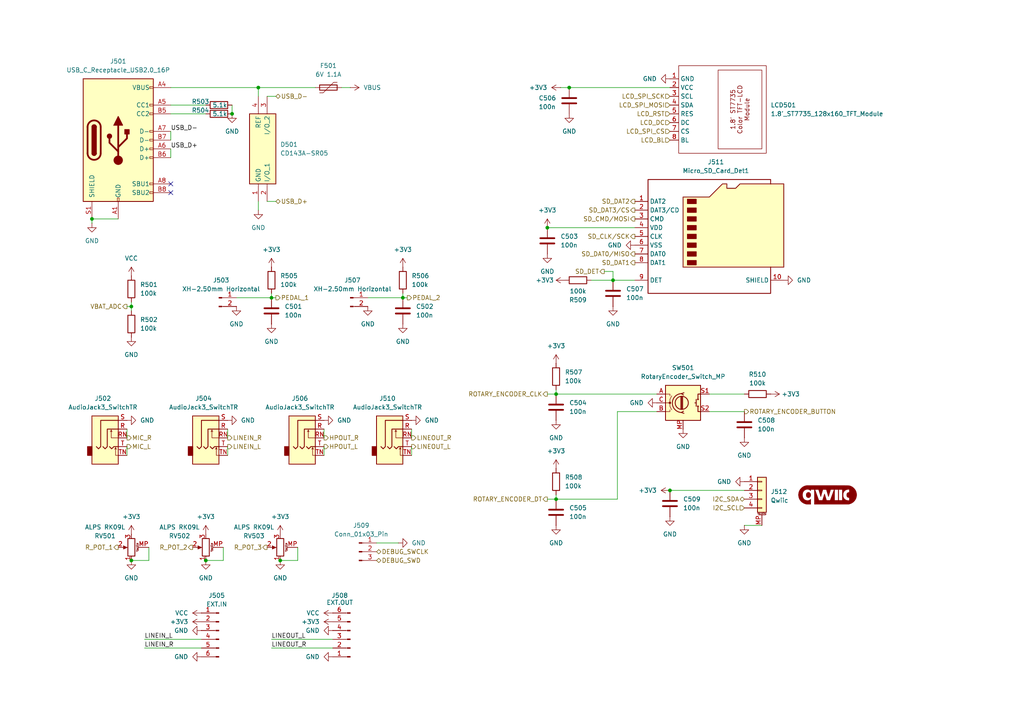
<source format=kicad_sch>
(kicad_sch (version 20250114) (generator "eeschema") (generator_version "9.0")
  (paper "A4")
  (title_block (title "Peripherals") (date "2026-02-04") (rev "1.0.0"))
  (lib_symbols
    (symbol "CD143A-SR05:CD143A-SR05"
      (property "Reference" "D" (at 26.67 7.62 0))
      (property "Value" "CD143A-SR05" (at 26.67 5.08 0))
      (symbol "CD143A-SR05_1_1"
        (pin passive line (at 0 0 0) (length 5.08) (name "GND") (number "1"))
        (pin passive line (at 0 -2.54 0) (length 5.08) (name "I/O_1") (number "2"))
        (pin passive line (at 30.48 0 180) (length 5.08) (name "REF") (number "4"))
        (pin passive line (at 30.48 -2.54 180) (length 5.08) (name "I/O_2") (number "3"))
      )
    )
    (symbol "Connector:Conn_01x02_Pin" (pin_names (offset 1.016) (hide yes))
      (property "Reference" "J" (at 0 2.54 0))
      (property "Value" "Conn_01x02_Pin" (at 0 -5.08 0))
      (symbol "Conn_01x02_Pin_1_1"
        (pin passive line (at 5.08 0 180) (length 3.81) (name "Pin_1") (number "1"))
        (pin passive line (at 5.08 -2.54 180) (length 3.81) (name "Pin_2") (number "2"))
      )
    )
    (symbol "Connector:Conn_01x03_Pin" (pin_names (offset 1.016) (hide yes))
      (property "Reference" "J" (at 0 5.08 0))
      (property "Value" "Conn_01x03_Pin" (at 0 -5.08 0))
      (symbol "Conn_01x03_Pin_1_1"
        (pin passive line (at 5.08 2.54 180) (length 3.81) (name "Pin_1") (number "1"))
        (pin passive line (at 5.08 0 180) (length 3.81) (name "Pin_2") (number "2"))
        (pin passive line (at 5.08 -2.54 180) (length 3.81) (name "Pin_3") (number "3"))
      )
    )
    (symbol "Connector:Conn_01x06_Pin" (pin_names (offset 1.016) (hide yes))
      (property "Reference" "J" (at 0 7.62 0))
      (property "Value" "Conn_01x06_Pin" (at 0 -10.16 0))
      (symbol "Conn_01x06_Pin_1_1"
        (pin passive line (at 5.08 5.08 180) (length 3.81) (name "Pin_1") (number "1"))
        (pin passive line (at 5.08 2.54 180) (length 3.81) (name "Pin_2") (number "2"))
        (pin passive line (at 5.08 0 180) (length 3.81) (name "Pin_3") (number "3"))
        (pin passive line (at 5.08 -2.54 180) (length 3.81) (name "Pin_4") (number "4"))
        (pin passive line (at 5.08 -5.08 180) (length 3.81) (name "Pin_5") (number "5"))
        (pin passive line (at 5.08 -7.62 180) (length 3.81) (name "Pin_6") (number "6"))
      )
    )
    (symbol "Connector:Micro_SD_Card_Det1"
      (property "Reference" "J" (at -16.51 17.78 0))
      (property "Value" "Micro_SD_Card_Det1" (at 16.51 17.78 0))
      (symbol "Micro_SD_Card_Det1_1_1"
        (pin bidirectional line (at -22.86 10.16 0) (length 3.81) (name "DAT2") (number "1"))
        (pin bidirectional line (at -22.86 7.62 0) (length 3.81) (name "DAT3/CD") (number "2"))
        (pin input line (at -22.86 5.08 0) (length 3.81) (name "CMD") (number "3"))
        (pin power_in line (at -22.86 2.54 0) (length 3.81) (name "VDD") (number "4"))
        (pin input line (at -22.86 0 0) (length 3.81) (name "CLK") (number "5"))
        (pin power_in line (at -22.86 -2.54 0) (length 3.81) (name "VSS") (number "6"))
        (pin bidirectional line (at -22.86 -5.08 0) (length 3.81) (name "DAT0") (number "7"))
        (pin bidirectional line (at -22.86 -7.62 0) (length 3.81) (name "DAT1") (number "8"))
        (pin passive line (at -22.86 -12.7 0) (length 3.81) (name "DET") (number "9"))
        (pin passive line (at 20.32 -12.7 180) (length 3.81) (name "SHIELD") (number "10"))
      )
    )
    (symbol "Connector:USB_C_Receptacle_USB2.0_16P" (pin_names (offset 1.016))
      (property "Reference" "J" (at 0 22.225 0))
      (property "Value" "USB_C_Receptacle_USB2.0_16P" (at 0 19.685 0))
      (symbol "USB_C_Receptacle_USB2.0_16P_1_1"
        (pin passive line (at -7.62 -22.86 90) (length 5.08) (name "SHIELD") (number "S1"))
        (pin passive line (at 0 -22.86 90) (length 5.08) (name "GND") (number "A1"))
        (pin passive line (at 0 -22.86 90) (length 5.08) (hide yes) (name "GND") (number "A12"))
        (pin passive line (at 0 -22.86 90) (length 5.08) (hide yes) (name "GND") (number "B1"))
        (pin passive line (at 0 -22.86 90) (length 5.08) (hide yes) (name "GND") (number "B12"))
        (pin passive line (at 15.24 15.24 180) (length 5.08) (name "VBUS") (number "A4"))
        (pin passive line (at 15.24 15.24 180) (length 5.08) (hide yes) (name "VBUS") (number "A9"))
        (pin passive line (at 15.24 15.24 180) (length 5.08) (hide yes) (name "VBUS") (number "B4"))
        (pin passive line (at 15.24 15.24 180) (length 5.08) (hide yes) (name "VBUS") (number "B9"))
        (pin bidirectional line (at 15.24 10.16 180) (length 5.08) (name "CC1") (number "A5"))
        (pin bidirectional line (at 15.24 7.62 180) (length 5.08) (name "CC2") (number "B5"))
        (pin bidirectional line (at 15.24 2.54 180) (length 5.08) (name "D-") (number "A7"))
        (pin bidirectional line (at 15.24 0 180) (length 5.08) (name "D-") (number "B7"))
        (pin bidirectional line (at 15.24 -2.54 180) (length 5.08) (name "D+") (number "A6"))
        (pin bidirectional line (at 15.24 -5.08 180) (length 5.08) (name "D+") (number "B6"))
        (pin bidirectional line (at 15.24 -12.7 180) (length 5.08) (name "SBU1") (number "A8"))
        (pin bidirectional line (at 15.24 -15.24 180) (length 5.08) (name "SBU2") (number "B8"))
      )
    )
    (symbol "Connector_Audio:AudioJack3_SwitchTR"
      (property "Reference" "J" (at 0 8.89 0))
      (property "Value" "AudioJack3_SwitchTR" (at 0 6.35 0))
      (symbol "AudioJack3_SwitchTR_1_1"
        (pin passive line (at 5.08 2.54 180) (length 2.54) (name "~") (number "S"))
        (pin passive line (at 5.08 0 180) (length 2.54) (name "~") (number "R"))
        (pin passive line (at 5.08 -2.54 180) (length 2.54) (name "~") (number "RN"))
        (pin passive line (at 5.08 -5.08 180) (length 2.54) (name "~") (number "T"))
        (pin passive line (at 5.08 -7.62 180) (length 2.54) (name "~") (number "TN"))
      )
    )
    (symbol "Connector_Generic_MountingPin:Conn_01x04_MountingPin" (pin_names (offset 1.016) (hide yes))
      (property "Reference" "J" (at 0 5.08 0))
      (property "Value" "Conn_01x04_MountingPin" (at 1.27 -7.62 0))
      (symbol "Conn_01x04_MountingPin_1_1"
        (text "Mounting" (at 0 -6.731 0) (effects (font (size 0.381 0.381))))
        (pin passive line (at -5.08 2.54 0) (length 3.81) (name "Pin_1") (number "1"))
        (pin passive line (at -5.08 0 0) (length 3.81) (name "Pin_2") (number "2"))
        (pin passive line (at -5.08 -2.54 0) (length 3.81) (name "Pin_3") (number "3"))
        (pin passive line (at -5.08 -5.08 0) (length 3.81) (name "Pin_4") (number "4"))
        (pin passive line (at 0 -10.16 90) (length 3.048) (name "MountPin") (number "MP"))
      )
    )
    (symbol "Device:C" (pin_numbers (hide yes)) (pin_names (offset 0.254))
      (property "Reference" "C" (at 0.635 2.54 0))
      (property "Value" "C" (at 0.635 -2.54 0))
      (symbol "C_1_1"
        (pin passive line (at 0 3.81 270) (length 2.794) (name "~") (number "1"))
        (pin passive line (at 0 -3.81 90) (length 2.794) (name "~") (number "2"))
      )
    )
    (symbol "Device:Polyfuse" (pin_numbers (hide yes)) (pin_names (offset 0))
      (property "Reference" "F" (at -2.54 0 90))
      (property "Value" "Polyfuse" (at 2.54 0 90))
      (symbol "Polyfuse_1_1"
        (pin passive line (at 0 3.81 270) (length 1.27) (name "~") (number "1"))
        (pin passive line (at 0 -3.81 90) (length 1.27) (name "~") (number "2"))
      )
    )
    (symbol "Device:R" (pin_numbers (hide yes)) (pin_names (offset 0))
      (property "Reference" "R" (at 2.032 0 90))
      (property "Value" "R" (at 0 0 90))
      (symbol "R_1_1"
        (pin passive line (at 0 3.81 270) (length 1.27) (name "~") (number "1"))
        (pin passive line (at 0 -3.81 90) (length 1.27) (name "~") (number "2"))
      )
    )
    (symbol "Device:R_Potentiometer_MountingPin" (pin_names (offset 1.016) (hide yes))
      (property "Reference" "RV" (at -8.255 0 90))
      (property "Value" "R_Potentiometer_MountingPin" (at -6.35 0 90))
      (symbol "R_Potentiometer_MountingPin_1_1"
        (text "Mounting" (at -1.651 0 900) (effects (font (size 0.381 0.381))))
        (pin passive line (at -5.08 0 0) (length 3.048) (name "MountPin") (number "MP"))
        (pin passive line (at 0 3.81 270) (length 1.27) (name "1") (number "1"))
        (pin passive line (at 0 -3.81 90) (length 1.27) (name "3") (number "3"))
        (pin passive line (at 3.81 0 180) (length 1.27) (name "2") (number "2"))
      )
    )
    (symbol "Device:RotaryEncoder_Switch_MP" (pin_names (offset 0.254) (hide yes))
      (property "Reference" "SW" (at 0 8.89 0))
      (property "Value" "RotaryEncoder_Switch_MP" (at 0 6.35 0))
      (symbol "RotaryEncoder_Switch_MP_1_1"
        (pin passive line (at -7.62 2.54 0) (length 2.54) (name "A") (number "A"))
        (pin passive line (at -7.62 0 0) (length 2.54) (name "C") (number "C"))
        (pin passive line (at -7.62 -2.54 0) (length 2.54) (name "B") (number "B"))
        (pin passive line (at 0 -7.62 90) (length 2.54) (name "MP") (number "MP"))
        (pin passive line (at 7.62 2.54 180) (length 2.54) (name "S1") (number "S1"))
        (pin passive line (at 7.62 -2.54 180) (length 2.54) (name "S2") (number "S2"))
      )
    )
    (symbol "ST7735-128x160-TFT-Module:1.8'_ST7735_128x160_TFT_Module"
      (property "Reference" "LCD" (at -11.176 16.256 0))
      (property "Value" "1.8'_ST7735_128x160_TFT_Module" (at 3.302 13.97 0))
      (symbol "1.8'_ST7735_128x160_TFT_Module_1_1"
        (text "1.8' ST7735\nColor TFT-LCD\nModule" (at 0 5.08 0) (effects (font (size 1.27 1.27))))
        (pin passive line (at -8.89 -15.24 90) (length 2.54) (name "GND") (number "1"))
        (pin power_in line (at -6.35 -15.24 90) (length 2.54) (name "VCC") (number "2"))
        (pin input line (at -3.81 -15.24 90) (length 2.54) (name "SCL") (number "3"))
        (pin input line (at -1.27 -15.24 90) (length 2.54) (name "SDA") (number "4"))
        (pin input line (at 1.27 -15.24 90) (length 2.54) (name "RES") (number "5"))
        (pin input line (at 3.81 -15.24 90) (length 2.54) (name "DC") (number "6"))
        (pin input line (at 6.35 -15.24 90) (length 2.54) (name "CS") (number "7"))
        (pin input line (at 8.89 -15.24 90) (length 2.54) (name "BL") (number "8"))
      )
    )
    (symbol "SparkFun-Qwiic:qwiic_Logo" (pin_names (offset 1.016)) (on_board no))
    (symbol "power:+3V3" (power) (pin_numbers (hide yes)) (pin_names (offset 0) (hide yes))
      (property "Value" "+3V3" (at 0 3.556 0))
      (symbol "+3V3_1_1"
        (pin power_in line (at 0 0 90) (length 0) (name "~") (number "1"))
      )
    )
    (symbol "power:GND" (power) (pin_numbers (hide yes)) (pin_names (offset 0) (hide yes))
      (property "Value" "GND" (at 0 -3.81 0))
      (symbol "GND_1_1"
        (pin power_in line (at 0 0 270) (length 0) (name "~") (number "1"))
      )
    )
    (symbol "power:VBUS" (power) (pin_numbers (hide yes)) (pin_names (offset 0) (hide yes))
      (property "Value" "VBUS" (at 0 3.556 0))
      (symbol "VBUS_1_1"
        (pin power_in line (at 0 0 90) (length 0) (name "~") (number "1"))
      )
    )
    (symbol "power:VCC" (power) (pin_numbers (hide yes)) (pin_names (offset 0) (hide yes))
      (property "Value" "VCC" (at 0 3.556 0))
      (symbol "VCC_1_1"
        (pin power_in line (at 0 0 90) (length 0) (name "~") (number "1"))
      )
    )
  )
  (junction (at 177.8 81.28))
  (junction (at 161.29 144.78))
  (junction (at 81.28 162.56))
  (junction (at 74.93 25.4))
  (junction (at 78.74 86.36))
  (junction (at 59.69 162.56))
  (junction (at 158.75 66.04))
  (junction (at 165.1 25.4))
  (junction (at 26.67 63.5))
  (junction (at 67.31 33.02))
  (junction (at 161.29 114.3))
  (junction (at 116.84 86.36))
  (junction (at 38.1 88.9))
  (junction (at 194.31 142.24))
  (junction (at 38.1 162.56))
  (no_connect (at 49.53 55.88))
  (no_connect (at 49.53 53.34))
  (wire (pts (xy 116.84 85.09) (xy 116.84 86.36)))
  (wire (pts (xy 26.67 63.5) (xy 34.29 63.5)))
  (wire (pts (xy 177.8 78.74) (xy 177.8 81.28)))
  (wire (pts (xy 175.26 78.74) (xy 177.8 78.74)))
  (wire (pts (xy 38.1 87.63) (xy 38.1 88.9)))
  (wire (pts (xy 86.36 158.75) (xy 86.36 162.56)))
  (wire (pts (xy 49.53 38.1) (xy 49.53 40.64)))
  (wire (pts (xy 205.74 119.38) (xy 215.9 119.38)))
  (wire (pts (xy 58.42 187.96) (xy 41.91 187.96)))
  (wire (pts (xy 66.04 129.54) (xy 66.04 132.08)))
  (wire (pts (xy 36.83 129.54) (xy 36.83 132.08)))
  (wire (pts (xy 190.5 119.38) (xy 179.07 119.38)))
  (wire (pts (xy 74.93 25.4) (xy 91.44 25.4)))
  (wire (pts (xy 177.8 81.28) (xy 184.15 81.28)))
  (wire (pts (xy 119.38 129.54) (xy 119.38 132.08)))
  (wire (pts (xy 158.75 66.04) (xy 184.15 66.04)))
  (wire (pts (xy 165.1 25.4) (xy 194.31 25.4)))
  (wire (pts (xy 86.36 162.56) (xy 81.28 162.56)))
  (wire (pts (xy 78.74 85.09) (xy 78.74 86.36)))
  (wire (pts (xy 158.75 114.3) (xy 161.29 114.3)))
  (wire (pts (xy 162.56 25.4) (xy 165.1 25.4)))
  (wire (pts (xy 49.53 33.02) (xy 59.69 33.02)))
  (wire (pts (xy 78.74 86.36) (xy 68.58 86.36)))
  (wire (pts (xy 78.74 86.36) (xy 80.01 86.36)))
  (wire (pts (xy 36.83 88.9) (xy 38.1 88.9)))
  (wire (pts (xy 43.18 158.75) (xy 43.18 162.56)))
  (wire (pts (xy 64.77 158.75) (xy 64.77 162.56)))
  (wire (pts (xy 49.53 25.4) (xy 74.93 25.4)))
  (wire (pts (xy 78.74 185.42) (xy 96.52 185.42)))
  (wire (pts (xy 80.01 58.42) (xy 77.47 58.42)))
  (wire (pts (xy 161.29 114.3) (xy 190.5 114.3)))
  (wire (pts (xy 80.01 27.94) (xy 77.47 27.94)))
  (wire (pts (xy 171.45 81.28) (xy 177.8 81.28)))
  (wire (pts (xy 179.07 119.38) (xy 179.07 144.78)))
  (wire (pts (xy 36.83 124.46) (xy 36.83 127)))
  (wire (pts (xy 74.93 60.96) (xy 74.93 58.42)))
  (wire (pts (xy 205.74 114.3) (xy 215.9 114.3)))
  (wire (pts (xy 67.31 30.48) (xy 67.31 33.02)))
  (wire (pts (xy 49.53 43.18) (xy 49.53 45.72)))
  (wire (pts (xy 43.18 162.56) (xy 38.1 162.56)))
  (wire (pts (xy 101.6 25.4) (xy 99.06 25.4)))
  (wire (pts (xy 215.9 152.4) (xy 220.98 152.4)))
  (wire (pts (xy 161.29 113.03) (xy 161.29 114.3)))
  (wire (pts (xy 161.29 143.51) (xy 161.29 144.78)))
  (wire (pts (xy 116.84 86.36) (xy 118.11 86.36)))
  (wire (pts (xy 38.1 88.9) (xy 38.1 90.17)))
  (wire (pts (xy 93.98 124.46) (xy 93.98 127)))
  (wire (pts (xy 66.04 124.46) (xy 66.04 127)))
  (wire (pts (xy 78.74 187.96) (xy 96.52 187.96)))
  (wire (pts (xy 26.67 63.5) (xy 26.67 64.77)))
  (wire (pts (xy 179.07 144.78) (xy 161.29 144.78)))
  (wire (pts (xy 49.53 30.48) (xy 59.69 30.48)))
  (wire (pts (xy 64.77 162.56) (xy 59.69 162.56)))
  (wire (pts (xy 194.31 142.24) (xy 215.9 142.24)))
  (wire (pts (xy 116.84 86.36) (xy 106.68 86.36)))
  (wire (pts (xy 93.98 129.54) (xy 93.98 132.08)))
  (wire (pts (xy 115.57 157.48) (xy 109.22 157.48)))
  (wire (pts (xy 119.38 124.46) (xy 119.38 127)))
  (wire (pts (xy 158.75 144.78) (xy 161.29 144.78)))
  (wire (pts (xy 58.42 185.42) (xy 41.91 185.42)))
  (wire (pts (xy 74.93 25.4) (xy 74.93 27.94)))
  (label "LINEOUT_L" (at 78.74 185.42 0))
  (label "USB_D+" (at 49.53 43.18 0))
  (label "LINEOUT_R" (at 78.74 187.96 0))
  (label "LINEIN_L" (at 41.91 185.42 0))
  (label "LINEIN_R" (at 41.91 187.96 0))
  (label "USB_D-" (at 49.53 38.1 0))
  (hierarchical_label "ROTARY_ENCODER_DT" (shape output) (at 158.75 144.78 180))
  (hierarchical_label "PEDAL_1" (shape output) (at 80.01 86.36 0))
  (hierarchical_label "I2C_SDA" (shape bidirectional) (at 215.9 144.78 180))
  (hierarchical_label "SD_DAT3{slash}CS" (shape output) (at 184.15 60.96 180))
  (hierarchical_label "DEBUG_SWD" (shape bidirectional) (at 109.22 162.56 0))
  (hierarchical_label "ROTARY_ENCODER_CLK" (shape output) (at 158.75 114.3 180))
  (hierarchical_label "SD_DET" (shape output) (at 175.26 78.74 180))
  (hierarchical_label "SD_CMD{slash}MOSI" (shape output) (at 184.15 63.5 180))
  (hierarchical_label "MIC_L" (shape output) (at 36.83 129.54 0))
  (hierarchical_label "SD_DAT0{slash}MISO" (shape output) (at 184.15 73.66 180))
  (hierarchical_label "LINEOUT_R" (shape output) (at 119.38 127 0))
  (hierarchical_label "LCD_BL" (shape input) (at 194.31 40.64 180))
  (hierarchical_label "I2C_SCL" (shape input) (at 215.9 147.32 180))
  (hierarchical_label "LINEOUT_L" (shape output) (at 119.38 129.54 0))
  (hierarchical_label "HPOUT_L" (shape output) (at 93.98 129.54 0))
  (hierarchical_label "PEDAL_2" (shape output) (at 118.11 86.36 0))
  (hierarchical_label "LCD_RST" (shape input) (at 194.31 33.02 180))
  (hierarchical_label "R_POT_1" (shape output) (at 34.29 158.75 180))
  (hierarchical_label "LINEIN_L" (shape output) (at 66.04 129.54 0))
  (hierarchical_label "LCD_SPI_CS" (shape input) (at 194.31 38.1 180))
  (hierarchical_label "LINEIN_R" (shape output) (at 66.04 127 0))
  (hierarchical_label "MIC_R" (shape output) (at 36.83 127 0))
  (hierarchical_label "ROTARY_ENCODER_BUTTON" (shape output) (at 215.9 119.38 0))
  (hierarchical_label "R_POT_2" (shape output) (at 55.88 158.75 180))
  (hierarchical_label "DEBUG_SWCLK" (shape bidirectional) (at 109.22 160.02 0))
  (hierarchical_label "SD_DAT1" (shape output) (at 184.15 76.2 180))
  (hierarchical_label "SD_DAT2" (shape output) (at 184.15 58.42 180))
  (hierarchical_label "HPOUT_R" (shape output) (at 93.98 127 0))
  (hierarchical_label "SD_CLK{slash}SCK" (shape output) (at 184.15 68.58 180))
  (hierarchical_label "R_POT_3" (shape output) (at 77.47 158.75 180))
  (hierarchical_label "LCD_SPI_MOSI" (shape input) (at 194.31 30.48 180))
  (hierarchical_label "LCD_DC" (shape input) (at 194.31 35.56 180))
  (hierarchical_label "VBAT_ADC" (shape output) (at 36.83 88.9 180))
  (hierarchical_label "LCD_SPI_SCK" (shape input) (at 194.31 27.94 180))
  (hierarchical_label "USB_D-" (shape bidirectional) (at 80.01 27.94 0))
  (hierarchical_label "USB_D+" (shape bidirectional) (at 80.01 58.42 0))
  (symbol (lib_id "Device:C") (at 177.8 85.09 0) (unit 1)
    (property "Reference" "C507" (at 181.61 83.8199 0) (effects (justify left)))
    (property "Value" "100n" (at 181.61 86.3599 0) (effects (justify left)))
    (property "Footprint" "Capacitor_SMD:C_0603_1608Metric" (effects (hide yes)))
    (property "Description" "Unpolarized capacitor" (effects (hide yes)))
  )
  (symbol (lib_id "power:+3V3") (at 58.42 180.34 90) (unit 1)
    (property "Reference" "#PWR0509" (effects (hide yes)))
    (property "Value" "+3V3" (at 54.61 180.3401 90) (effects (justify left)))
    (property "Description" "Power symbol creates a global label with name \"+3V3\"" (effects (hide yes)))
  )
  (symbol (lib_id "power:+3V3") (at 223.52 114.3 270) (unit 1)
    (property "Reference" "#PWR0551" (effects (hide yes)))
    (property "Value" "+3V3" (at 226.695 114.2999 90) (effects (justify left)))
    (property "Description" "Power symbol creates a global label with name \"+3V3\"" (effects (hide yes)))
  )
  (symbol (lib_id "power:GND") (at 190.5 116.84 270) (unit 1)
    (property "Reference" "#PWR0547" (effects (hide yes)))
    (property "Value" "GND" (at 186.69 116.8399 90) (effects (justify right)))
    (property "Description" "Power symbol creates a global label with name \"GND\" , ground" (effects (hide yes)))
  )
  (symbol (lib_id "power:GND") (at 96.52 182.88 270) (unit 1)
    (property "Reference" "#PWR0527" (effects (hide yes)))
    (property "Value" "GND" (at 92.71 182.8799 90) (effects (justify right)))
    (property "Description" "Power symbol creates a global label with name \"GND\" , ground" (effects (hide yes)))
  )
  (symbol (lib_id "power:+3V3") (at 78.74 77.47 0) (unit 1)
    (property "Reference" "#PWR0519" (effects (hide yes)))
    (property "Value" "+3V3" (at 78.74 72.39 0))
    (property "Description" "Power symbol creates a global label with name \"+3V3\"" (effects (hide yes)))
  )
  (symbol (lib_id "power:GND") (at 81.28 162.56 0) (unit 1)
    (property "Reference" "#PWR0522" (effects (hide yes)))
    (property "Value" "GND" (at 81.28 167.64 0))
    (property "Description" "Power symbol creates a global label with name \"GND\" , ground" (effects (hide yes)))
  )
  (symbol (lib_id "power:+3V3") (at 116.84 77.47 0) (unit 1)
    (property "Reference" "#PWR0533" (effects (hide yes)))
    (property "Value" "+3V3" (at 116.84 72.39 0))
    (property "Description" "Power symbol creates a global label with name \"+3V3\"" (effects (hide yes)))
  )
  (symbol (lib_id "Device:C") (at 161.29 148.59 0) (unit 1)
    (property "Reference" "C505" (at 165.1 147.3199 0) (effects (justify left)))
    (property "Value" "100n" (at 165.1 149.8599 0) (effects (justify left)))
    (property "Footprint" "Capacitor_SMD:C_0603_1608Metric" (effects (hide yes)))
    (property "Description" "Unpolarized capacitor" (effects (hide yes)))
  )
  (symbol (lib_id "power:GND") (at 96.52 190.5 270) (unit 1)
    (property "Reference" "#PWR0528" (effects (hide yes)))
    (property "Value" "GND" (at 92.71 190.4999 90) (effects (justify right)))
    (property "Description" "Power symbol creates a global label with name \"GND\" , ground" (effects (hide yes)))
  )
  (symbol (lib_id "power:VCC") (at 58.42 177.8 90) (unit 1)
    (property "Reference" "#PWR0508" (effects (hide yes)))
    (property "Value" "VCC" (at 54.61 177.8001 90) (effects (justify left)))
    (property "Description" "Power symbol creates a global label with name \"VCC\"" (effects (hide yes)))
  )
  (symbol (lib_id "power:+3V3") (at 38.1 154.94 0) (unit 1)
    (property "Reference" "#PWR0505" (effects (hide yes)))
    (property "Value" "+3V3" (at 38.1 149.86 0))
    (property "Description" "Power symbol creates a global label with name \"+3V3\"" (effects (hide yes)))
  )
  (symbol (lib_id "power:GND") (at 36.83 121.92 90) (unit 1)
    (property "Reference" "#PWR0507" (effects (hide yes)))
    (property "Value" "GND" (at 40.64 121.9199 90) (effects (justify right)))
    (property "Description" "Power symbol creates a global label with name \"GND\" , ground" (effects (hide yes)))
  )
  (symbol (lib_id "power:GND") (at 93.98 121.92 90) (unit 1)
    (property "Reference" "#PWR0524" (effects (hide yes)))
    (property "Value" "GND" (at 97.79 121.9199 90) (effects (justify right)))
    (property "Description" "Power symbol creates a global label with name \"GND\" , ground" (effects (hide yes)))
  )
  (symbol (lib_id "power:GND") (at 215.9 139.7 270) (unit 1)
    (property "Reference" "#PWR0556" (effects (hide yes)))
    (property "Value" "GND" (at 212.09 139.6999 90) (effects (justify right)))
    (property "Description" "Power symbol creates a global label with name \"GND\" , ground" (effects (hide yes)))
  )
  (symbol (lib_id "Device:R_Potentiometer_MountingPin") (at 38.1 158.75 180) (unit 1)
    (property "Reference" "RV501" (at 30.48 155.448 0))
    (property "Value" "ALPS RK09L" (at 30.48 152.908 0))
    (property "Footprint" "Potentiometer_THT:Potentiometer_Alps_RK09K_Single_Vertical" (effects (hide yes)))
    (property "Description" "Potentiometer with a mounting pin" (effects (hide yes)))
  )
  (symbol (lib_id "Connector_Audio:AudioJack3_SwitchTR") (at 114.3 124.46 0) (unit 1)
    (property "Reference" "J510" (at 112.395 115.57 0))
    (property "Value" "AudioJack3_SwitchTR" (at 112.395 118.11 0))
    (property "Footprint" "Project:Jack_3.5mm_CUI_SJ1-3525N_Horizontal" (effects (hide yes)))
    (property "Description" "Audio Jack, 3 Poles (Stereo / TRS), Switched TR Poles (Normalling)" (effects (hide yes)))
  )
  (symbol (lib_id "power:+3V3") (at 81.28 154.94 0) (unit 1)
    (property "Reference" "#PWR0521" (effects (hide yes)))
    (property "Value" "+3V3" (at 81.28 149.86 0))
    (property "Description" "Power symbol creates a global label with name \"+3V3\"" (effects (hide yes)))
  )
  (symbol (lib_id "Device:R") (at 38.1 83.82 0) (unit 1)
    (property "Reference" "R501" (at 40.64 82.5499 0) (effects (justify left)))
    (property "Value" "100k" (at 40.64 85.0899 0) (effects (justify left)))
    (property "Footprint" "Resistor_SMD:R_0603_1608Metric" (effects (hide yes)))
    (property "Description" "Resistor" (effects (hide yes)))
  )
  (symbol (lib_id "Connector:Micro_SD_Card_Det1") (at 207.01 68.58 0) (unit 1)
    (property "Reference" "J511" (at 207.645 46.99 0))
    (property "Value" "Micro_SD_Card_Det1" (at 207.645 49.53 0))
    (property "Footprint" "TF-01A:TF01A" (effects (hide yes)))
    (property "Datasheet" "https://datasheet.lcsc.com/lcsc/2110151630_XKB-Connectivity-XKTF-015-N_C381082.pdf" (effects (hide yes)))
    (property "Description" "Micro SD Card Socket with one card detection pin" (effects (hide yes)))
  )
  (symbol (lib_id "power:+3V3") (at 161.29 105.41 0) (unit 1)
    (property "Reference" "#PWR0538" (effects (hide yes)))
    (property "Value" "+3V3" (at 161.29 100.33 0))
    (property "Description" "Power symbol creates a global label with name \"+3V3\"" (effects (hide yes)))
  )
  (symbol (lib_id "Device:C") (at 194.31 146.05 0) (unit 1)
    (property "Reference" "C509" (at 198.12 144.7799 0) (effects (justify left)))
    (property "Value" "100n" (at 198.12 147.3199 0) (effects (justify left)))
    (property "Footprint" "Capacitor_SMD:C_0603_1608Metric" (effects (hide yes)))
    (property "Description" "Unpolarized capacitor" (effects (hide yes)))
  )
  (symbol (lib_id "power:VBUS") (at 101.6 25.4 270) (unit 1)
    (property "Reference" "#PWR0529" (effects (hide yes)))
    (property "Value" "VBUS" (at 105.41 25.3999 90) (effects (justify left)))
    (property "Description" "Power symbol creates a global label with name \"VBUS\"" (effects (hide yes)))
  )
  (symbol (lib_id "SparkFun-Qwiic:qwiic_Logo") (at 240.03 143.51 0) (unit 1)
    (property "Reference" "G501" (effects (hide yes)))
    (property "Value" "qwiic_Logo" (effects (hide yes)))
    (property "Footprint" "SparkFun-Qwiic:qwiic_5.5mm" (effects (hide yes)))
  )
  (symbol (lib_id "CD143A-SR05:CD143A-SR05") (at 74.93 58.42 90) (unit 1)
    (property "Reference" "D501" (at 81.28 41.9099 90) (effects (justify right)))
    (property "Value" "CD143A-SR05" (at 81.28 44.4499 90) (effects (justify right)))
    (property "Footprint" "CD143A-SR05:CD143ASR05" (effects (hide yes)))
    (property "Datasheet" "https://www.bourns.com/docs/Product-Datasheets/CD143A-SR05_12.pdf" (effects (hide yes)))
    (property "Description" "TVS Diode Array 500W Vcc,2xData SOT143" (effects (hide yes)))
    (property "Height" "1.24" (effects (hide yes)))
    (property "Manufacturer_Name" "Bourns" (effects (hide yes)))
    (property "Manufacturer_Part_Number" "CD143A-SR05" (effects (hide yes)))
    (property "Mouser Part Number" "652-CD143A-SR05" (effects (hide yes)))
    (property "Mouser Price/Stock" "https://www.mouser.co.uk/ProductDetail/Bourns/CD143A-SR05?qs=tQpxx9W%2FqMmkp6h6iUxcCg%3D%3D" (effects (hide yes)))
    (property "Arrow Part Number" "CD143A-SR05" (effects (hide yes)))
    (property "Arrow Price/Stock" "https://www.arrow.com/en/products/cd143a-sr05/bourns?region=nac" (effects (hide yes)))
  )
  (symbol (lib_id "Device:R") (at 116.84 81.28 0) (unit 1)
    (property "Reference" "R506" (at 119.38 80.0099 0) (effects (justify left)))
    (property "Value" "100k" (at 119.38 82.5499 0) (effects (justify left)))
    (property "Footprint" "Resistor_SMD:R_0603_1608Metric" (effects (hide yes)))
    (property "Description" "Resistor" (effects (hide yes)))
  )
  (symbol (lib_id "power:GND") (at 58.42 182.88 270) (unit 1)
    (property "Reference" "#PWR0510" (effects (hide yes)))
    (property "Value" "GND" (at 54.61 182.8801 90) (effects (justify right)))
    (property "Description" "Power symbol creates a global label with name \"GND\" , ground" (effects (hide yes)))
  )
  (symbol (lib_id "Connector:Conn_01x02_Pin") (at 63.5 86.36 0) (unit 1)
    (property "Reference" "J503" (at 64.135 81.28 0))
    (property "Value" "XH-2.50mm Horizontal" (at 64.135 83.82 0))
    (property "Footprint" "Connector_JST:JST_EH_S2B-EH_1x02_P2.50mm_Horizontal" (effects (hide yes)))
    (property "Description" "Generic connector, single row, 01x02, script generated" (effects (hide yes)))
  )
  (symbol (lib_id "Device:C") (at 158.75 69.85 0) (unit 1)
    (property "Reference" "C503" (at 162.56 68.5799 0) (effects (justify left)))
    (property "Value" "100n" (at 162.56 71.1199 0) (effects (justify left)))
    (property "Footprint" "Capacitor_SMD:C_0603_1608Metric" (effects (hide yes)))
    (property "Description" "Unpolarized capacitor" (effects (hide yes)))
  )
  (symbol (lib_id "power:GND") (at 161.29 121.92 0) (unit 1)
    (property "Reference" "#PWR0539" (effects (hide yes)))
    (property "Value" "GND" (at 161.29 127 0))
    (property "Description" "Power symbol creates a global label with name \"GND\" , ground" (effects (hide yes)))
  )
  (symbol (lib_id "Device:C") (at 165.1 29.21 0) (unit 1)
    (property "Reference" "C506" (at 156.21 28.448 0) (effects (justify left)))
    (property "Value" "100n" (at 156.21 30.988 0) (effects (justify left)))
    (property "Footprint" "Capacitor_SMD:C_0603_1608Metric" (effects (hide yes)))
    (property "Description" "Unpolarized capacitor" (effects (hide yes)))
  )
  (symbol (lib_id "Device:R") (at 161.29 139.7 0) (unit 1)
    (property "Reference" "R508" (at 163.83 138.4299 0) (effects (justify left)))
    (property "Value" "100k" (at 163.83 140.9699 0) (effects (justify left)))
    (property "Footprint" "Resistor_SMD:R_0603_1608Metric" (effects (hide yes)))
    (property "Description" "Resistor" (effects (hide yes)))
  )
  (symbol (lib_id "Connector:Conn_01x03_Pin") (at 104.14 160.02 0) (unit 1)
    (property "Reference" "J509" (at 104.775 152.4 0))
    (property "Value" "Conn_01x03_Pin" (at 104.775 154.94 0))
    (property "Footprint" "Connector_PinHeader_2.54mm:PinHeader_1x03_P2.54mm_Vertical" (effects (hide yes)))
    (property "Description" "Generic connector, single row, 01x03, script generated" (effects (hide yes)))
  )
  (symbol (lib_id "Connector_Audio:AudioJack3_SwitchTR") (at 60.96 124.46 0) (unit 1)
    (property "Reference" "J504" (at 59.055 115.57 0))
    (property "Value" "AudioJack3_SwitchTR" (at 59.055 118.11 0))
    (property "Footprint" "Project:Jack_3.5mm_CUI_SJ1-3525N_Horizontal" (effects (hide yes)))
    (property "Description" "Audio Jack, 3 Poles (Stereo / TRS), Switched TR Poles (Normalling)" (effects (hide yes)))
  )
  (symbol (lib_id "Device:Polyfuse") (at 95.25 25.4 90) (unit 1)
    (property "Reference" "F501" (at 95.25 19.05 90))
    (property "Value" "6V 1.1A" (at 95.25 21.59 90))
    (property "Footprint" "Fuse:Fuse_1206_3216Metric" (effects (hide yes)))
    (property "Description" "Resettable fuse, polymeric positive temperature coefficient" (effects (hide yes)))
  )
  (symbol (lib_id "power:GND") (at 116.84 93.98 0) (unit 1)
    (property "Reference" "#PWR0534" (effects (hide yes)))
    (property "Value" "GND" (at 116.84 99.06 0))
    (property "Description" "Power symbol creates a global label with name \"GND\" , ground" (effects (hide yes)))
  )
  (symbol (lib_id "power:+3V3") (at 194.31 142.24 90) (unit 1)
    (property "Reference" "#PWR0553" (effects (hide yes)))
    (property "Value" "+3V3" (at 190.5 142.2399 90) (effects (justify left)))
    (property "Description" "Power symbol creates a global label with name \"+3V3\"" (effects (hide yes)))
  )
  (symbol (lib_id "Device:R") (at 219.71 114.3 270) (unit 1)
    (property "Reference" "R510" (at 219.71 108.585 90))
    (property "Value" "100k" (at 219.71 111.125 90))
    (property "Footprint" "Resistor_SMD:R_0603_1608Metric" (effects (hide yes)))
    (property "Description" "Resistor" (effects (hide yes)))
  )
  (symbol (lib_id "Device:R") (at 78.74 81.28 0) (unit 1)
    (property "Reference" "R505" (at 81.28 80.0099 0) (effects (justify left)))
    (property "Value" "100k" (at 81.28 82.5499 0) (effects (justify left)))
    (property "Footprint" "Resistor_SMD:R_0603_1608Metric" (effects (hide yes)))
    (property "Description" "Resistor" (effects (hide yes)))
  )
  (symbol (lib_id "Device:R") (at 38.1 93.98 0) (unit 1)
    (property "Reference" "R502" (at 40.64 92.7099 0) (effects (justify left)))
    (property "Value" "100k" (at 40.64 95.2499 0) (effects (justify left)))
    (property "Footprint" "Resistor_SMD:R_0603_1608Metric" (effects (hide yes)))
    (property "Description" "Resistor" (effects (hide yes)))
  )
  (symbol (lib_id "Device:RotaryEncoder_Switch_MP") (at 198.12 116.84 0) (unit 1)
    (property "Reference" "SW501" (at 198.12 106.68 0))
    (property "Value" "RotaryEncoder_Switch_MP" (at 198.12 109.22 0))
    (property "Footprint" "Rotary_Encoder:RotaryEncoder_Alps_EC11E-Switch_Vertical_H20mm" (effects (hide yes)))
    (property "Description" "Rotary encoder, dual channel, incremental quadrate outputs, with switch and MP Pin" (effects (hide yes)))
  )
  (symbol (lib_id "Connector:USB_C_Receptacle_USB2.0_16P") (at 34.29 40.64 0) (unit 1)
    (property "Reference" "J501" (at 34.29 17.78 0))
    (property "Value" "USB_C_Receptacle_USB2.0_16P" (at 34.29 20.32 0))
    (property "Footprint" "Connector_USB:USB_C_Receptacle_G-Switch_GT-USB-7010ASV" (effects (hide yes)))
    (property "Datasheet" "https://www.usb.org/sites/default/files/documents/usb_type-c.zip" (effects (hide yes)))
    (property "Description" "USB 2.0-only 16P Type-C Receptacle connector" (effects (hide yes)))
  )
  (symbol (lib_id "power:+3V3") (at 162.56 25.4 90) (unit 1)
    (property "Reference" "#PWR0542" (effects (hide yes)))
    (property "Value" "+3V3" (at 158.75 25.3999 90) (effects (justify left)))
    (property "Description" "Power symbol creates a global label with name \"+3V3\"" (effects (hide yes)))
  )
  (symbol (lib_id "Device:C") (at 215.9 123.19 0) (unit 1)
    (property "Reference" "C508" (at 219.71 121.9199 0) (effects (justify left)))
    (property "Value" "100n" (at 219.71 124.4599 0) (effects (justify left)))
    (property "Footprint" "Capacitor_SMD:C_0603_1608Metric" (effects (hide yes)))
    (property "Description" "Unpolarized capacitor" (effects (hide yes)))
  )
  (symbol (lib_id "Device:R_Potentiometer_MountingPin") (at 81.28 158.75 180) (unit 1)
    (property "Reference" "RV503" (at 73.66 155.448 0))
    (property "Value" "ALPS RK09L" (at 73.66 152.908 0))
    (property "Footprint" "Potentiometer_THT:Potentiometer_Alps_RK09K_Single_Vertical" (effects (hide yes)))
    (property "Description" "Potentiometer with a mounting pin" (effects (hide yes)))
  )
  (symbol (lib_id "Device:R") (at 63.5 33.02 90) (unit 1)
    (property "Reference" "R504" (at 58.166 32.004 90))
    (property "Value" "5.1k" (at 63.754 33.02 90))
    (property "Footprint" "Resistor_SMD:R_0603_1608Metric" (effects (hide yes)))
    (property "Description" "Resistor" (effects (hide yes)))
  )
  (symbol (lib_id "Device:C") (at 161.29 118.11 0) (unit 1)
    (property "Reference" "C504" (at 165.1 116.8399 0) (effects (justify left)))
    (property "Value" "100n" (at 165.1 119.3799 0) (effects (justify left)))
    (property "Footprint" "Capacitor_SMD:C_0603_1608Metric" (effects (hide yes)))
    (property "Description" "Unpolarized capacitor" (effects (hide yes)))
  )
  (symbol (lib_id "Device:R") (at 63.5 30.48 90) (unit 1)
    (property "Reference" "R503" (at 58.166 29.464 90))
    (property "Value" "5.1k" (at 63.754 30.48 90))
    (property "Footprint" "Resistor_SMD:R_0603_1608Metric" (effects (hide yes)))
    (property "Description" "Resistor" (effects (hide yes)))
  )
  (symbol (lib_id "Connector:Conn_01x06_Pin") (at 63.5 182.88 0) (mirror y) (unit 1)
    (property "Reference" "J505" (at 62.865 172.72 0))
    (property "Value" "EXT.IN" (at 62.865 175.26 0))
    (property "Footprint" "Connector_JST:JST_XH_S6B-XH-A-1_1x06_P2.50mm_Horizontal" (effects (hide yes)))
    (property "Description" "Generic connector, single row, 01x06, script generated" (effects (hide yes)))
  )
  (symbol (lib_id "ST7735-128x160-TFT-Module:1.8'_ST7735_128x160_TFT_Module") (at 209.55 31.75 270) (unit 1)
    (property "Reference" "LCD501" (at 223.52 30.4799 90) (effects (justify left)))
    (property "Value" "1.8'_ST7735_128x160_TFT_Module" (at 223.52 33.0199 90) (effects (justify left)))
    (property "Footprint" "ST7735-128x160-TFT-Module:1.8'_ST7735_128x160_TFT_Module" (effects (hide yes)))
  )
  (symbol (lib_id "power:+3V3") (at 158.75 66.04 0) (unit 1)
    (property "Reference" "#PWR0536" (effects (hide yes)))
    (property "Value" "+3V3" (at 158.75 60.96 0))
    (property "Description" "Power symbol creates a global label with name \"+3V3\"" (effects (hide yes)))
  )
  (symbol (lib_id "Device:C") (at 116.84 90.17 0) (unit 1)
    (property "Reference" "C502" (at 120.65 88.8999 0) (effects (justify left)))
    (property "Value" "100n" (at 120.65 91.4399 0) (effects (justify left)))
    (property "Footprint" "Capacitor_SMD:C_0603_1608Metric" (effects (hide yes)))
    (property "Description" "Unpolarized capacitor" (effects (hide yes)))
  )
  (symbol (lib_id "power:GND") (at 177.8 88.9 0) (unit 1)
    (property "Reference" "#PWR0545" (effects (hide yes)))
    (property "Value" "GND" (at 177.8 93.98 0))
    (property "Description" "Power symbol creates a global label with name \"GND\" , ground" (effects (hide yes)))
  )
  (symbol (lib_id "power:+3V3") (at 59.69 154.94 0) (unit 1)
    (property "Reference" "#PWR0512" (effects (hide yes)))
    (property "Value" "+3V3" (at 59.69 149.86 0))
    (property "Description" "Power symbol creates a global label with name \"+3V3\"" (effects (hide yes)))
  )
  (symbol (lib_id "power:GND") (at 165.1 33.02 0) (unit 1)
    (property "Reference" "#PWR0544" (effects (hide yes)))
    (property "Value" "GND" (at 165.1 38.1 0))
    (property "Description" "Power symbol creates a global label with name \"GND\" , ground" (effects (hide yes)))
  )
  (symbol (lib_id "Device:R") (at 161.29 109.22 0) (unit 1)
    (property "Reference" "R507" (at 163.83 107.9499 0) (effects (justify left)))
    (property "Value" "100k" (at 163.83 110.4899 0) (effects (justify left)))
    (property "Footprint" "Resistor_SMD:R_0603_1608Metric" (effects (hide yes)))
    (property "Description" "Resistor" (effects (hide yes)))
  )
  (symbol (lib_id "power:GND") (at 115.57 157.48 90) (unit 1)
    (property "Reference" "#PWR0532" (effects (hide yes)))
    (property "Value" "GND" (at 119.38 157.4799 90) (effects (justify right)))
    (property "Description" "Power symbol creates a global label with name \"GND\" , ground" (effects (hide yes)))
  )
  (symbol (lib_id "Device:R") (at 167.64 81.28 90) (unit 1)
    (property "Reference" "R509" (at 167.64 86.995 90))
    (property "Value" "100k" (at 167.64 84.455 90))
    (property "Footprint" "Resistor_SMD:R_0603_1608Metric" (effects (hide yes)))
    (property "Description" "Resistor" (effects (hide yes)))
  )
  (symbol (lib_id "power:GND") (at 215.9 127 0) (unit 1)
    (property "Reference" "#PWR0550" (effects (hide yes)))
    (property "Value" "GND" (at 215.9 132.08 0))
    (property "Description" "Power symbol creates a global label with name \"GND\" , ground" (effects (hide yes)))
  )
  (symbol (lib_id "power:+3V3") (at 96.52 180.34 90) (unit 1)
    (property "Reference" "#PWR0526" (effects (hide yes)))
    (property "Value" "+3V3" (at 92.71 180.3399 90) (effects (justify left)))
    (property "Description" "Power symbol creates a global label with name \"+3V3\"" (effects (hide yes)))
  )
  (symbol (lib_id "power:GND") (at 227.33 81.28 90) (unit 1)
    (property "Reference" "#PWR0552" (effects (hide yes)))
    (property "Value" "GND" (at 231.14 81.2799 90) (effects (justify right)))
    (property "Description" "Power symbol creates a global label with name \"GND\" , ground" (effects (hide yes)))
  )
  (symbol (lib_id "power:VCC") (at 96.52 177.8 90) (unit 1)
    (property "Reference" "#PWR0525" (effects (hide yes)))
    (property "Value" "VCC" (at 92.71 177.7999 90) (effects (justify left)))
    (property "Description" "Power symbol creates a global label with name \"VCC\"" (effects (hide yes)))
  )
  (symbol (lib_id "power:GND") (at 38.1 162.56 0) (unit 1)
    (property "Reference" "#PWR0506" (effects (hide yes)))
    (property "Value" "GND" (at 38.1 167.64 0))
    (property "Description" "Power symbol creates a global label with name \"GND\" , ground" (effects (hide yes)))
  )
  (symbol (lib_id "power:GND") (at 66.04 121.92 90) (unit 1)
    (property "Reference" "#PWR0517" (effects (hide yes)))
    (property "Value" "GND" (at 69.85 121.9199 90) (effects (justify right)))
    (property "Description" "Power symbol creates a global label with name \"GND\" , ground" (effects (hide yes)))
  )
  (symbol (lib_id "power:GND") (at 78.74 93.98 0) (unit 1)
    (property "Reference" "#PWR0520" (effects (hide yes)))
    (property "Value" "GND" (at 78.74 99.06 0))
    (property "Description" "Power symbol creates a global label with name \"GND\" , ground" (effects (hide yes)))
  )
  (symbol (lib_id "power:GND") (at 158.75 73.66 0) (unit 1)
    (property "Reference" "#PWR0537" (effects (hide yes)))
    (property "Value" "GND" (at 158.75 78.74 0))
    (property "Description" "Power symbol creates a global label with name \"GND\" , ground" (effects (hide yes)))
  )
  (symbol (lib_id "Connector_Audio:AudioJack3_SwitchTR") (at 88.9 124.46 0) (unit 1)
    (property "Reference" "J506" (at 86.995 115.57 0))
    (property "Value" "AudioJack3_SwitchTR" (at 86.995 118.11 0))
    (property "Footprint" "Project:Jack_3.5mm_CUI_SJ1-3525N_Horizontal" (effects (hide yes)))
    (property "Description" "Audio Jack, 3 Poles (Stereo / TRS), Switched TR Poles (Normalling)" (effects (hide yes)))
  )
  (symbol (lib_id "Connector:Conn_01x06_Pin") (at 101.6 185.42 180) (unit 1)
    (property "Reference" "J508" (at 98.552 172.72 0))
    (property "Value" "EXT.OUT" (at 98.552 174.752 0))
    (property "Footprint" "Connector_JST:JST_XH_S6B-XH-A-1_1x06_P2.50mm_Horizontal" (effects (hide yes)))
    (property "Description" "Generic connector, single row, 01x06, script generated" (effects (hide yes)))
  )
  (symbol (lib_id "Connector_Audio:AudioJack3_SwitchTR") (at 31.75 124.46 0) (unit 1)
    (property "Reference" "J502" (at 29.845 115.57 0))
    (property "Value" "AudioJack3_SwitchTR" (at 29.845 118.11 0))
    (property "Footprint" "Project:Jack_3.5mm_CUI_SJ1-3525N_Horizontal" (effects (hide yes)))
    (property "Description" "Audio Jack, 3 Poles (Stereo / TRS), Switched TR Poles (Normalling)" (effects (hide yes)))
  )
  (symbol (lib_id "power:GND") (at 38.1 97.79 0) (unit 1)
    (property "Reference" "#PWR0503" (effects (hide yes)))
    (property "Value" "GND" (at 38.1 102.87 0))
    (property "Description" "Power symbol creates a global label with name \"GND\" , ground" (effects (hide yes)))
  )
  (symbol (lib_id "Connector_Generic_MountingPin:Conn_01x04_MountingPin") (at 220.98 142.24 0) (unit 1)
    (property "Reference" "J512" (at 223.52 142.5955 0) (effects (justify left)))
    (property "Value" "Qwiic" (at 223.52 145.1355 0) (effects (justify left)))
    (property "Footprint" "Connector_JST:JST_SH_SM04B-SRSS-TB_1x04-1MP_P1.00mm_Horizontal" (effects (hide yes)))
    (property "Description" "Generic connectable mounting pin connector, single row, 01x04, script generated (kicad-library-utils/schlib/autogen/connector/)" (effects (hide yes)))
  )
  (symbol (lib_id "power:GND") (at 198.12 124.46 0) (unit 1)
    (property "Reference" "#PWR0549" (effects (hide yes)))
    (property "Value" "GND" (at 198.12 129.54 0))
    (property "Description" "Power symbol creates a global label with name \"GND\" , ground" (effects (hide yes)))
  )
  (symbol (lib_id "power:GND") (at 215.9 152.4 0) (unit 1)
    (property "Reference" "#PWR0554" (effects (hide yes)))
    (property "Value" "GND" (at 215.9 157.48 0))
    (property "Description" "Power symbol creates a global label with name \"GND\" , ground" (effects (hide yes)))
  )
  (symbol (lib_id "power:GND") (at 59.69 162.56 0) (unit 1)
    (property "Reference" "#PWR0513" (effects (hide yes)))
    (property "Value" "GND" (at 59.69 167.64 0))
    (property "Description" "Power symbol creates a global label with name \"GND\" , ground" (effects (hide yes)))
  )
  (symbol (lib_id "power:GND") (at 74.93 60.96 0) (unit 1)
    (property "Reference" "#PWR0518" (effects (hide yes)))
    (property "Value" "GND" (at 74.93 66.04 0))
    (property "Description" "Power symbol creates a global label with name \"GND\" , ground" (effects (hide yes)))
  )
  (symbol (lib_id "power:GND") (at 106.68 88.9 0) (unit 1)
    (property "Reference" "#PWR0530" (effects (hide yes)))
    (property "Value" "GND" (at 106.68 93.98 0))
    (property "Description" "Power symbol creates a global label with name \"GND\" , ground" (effects (hide yes)))
  )
  (symbol (lib_id "power:GND") (at 161.29 152.4 0) (unit 1)
    (property "Reference" "#PWR0541" (effects (hide yes)))
    (property "Value" "GND" (at 161.29 157.48 0))
    (property "Description" "Power symbol creates a global label with name \"GND\" , ground" (effects (hide yes)))
  )
  (symbol (lib_id "power:GND") (at 194.31 22.86 270) (unit 1)
    (property "Reference" "#PWR0548" (effects (hide yes)))
    (property "Value" "GND" (at 190.5 22.8599 90) (effects (justify right)))
    (property "Description" "Power symbol creates a global label with name \"GND\" , ground" (effects (hide yes)))
  )
  (symbol (lib_id "power:+3V3") (at 163.83 81.28 90) (unit 1)
    (property "Reference" "#PWR0543" (effects (hide yes)))
    (property "Value" "+3V3" (at 160.655 81.2801 90) (effects (justify left)))
    (property "Description" "Power symbol creates a global label with name \"+3V3\"" (effects (hide yes)))
  )
  (symbol (lib_id "power:GND") (at 58.42 190.5 270) (unit 1)
    (property "Reference" "#PWR0511" (effects (hide yes)))
    (property "Value" "GND" (at 54.61 190.5001 90) (effects (justify right)))
    (property "Description" "Power symbol creates a global label with name \"GND\" , ground" (effects (hide yes)))
  )
  (symbol (lib_id "power:GND") (at 119.38 121.92 90) (unit 1)
    (property "Reference" "#PWR0535" (effects (hide yes)))
    (property "Value" "GND" (at 123.19 121.9199 90) (effects (justify right)))
    (property "Description" "Power symbol creates a global label with name \"GND\" , ground" (effects (hide yes)))
  )
  (symbol (lib_id "Device:R_Potentiometer_MountingPin") (at 59.69 158.75 180) (unit 1)
    (property "Reference" "RV502" (at 52.07 155.448 0))
    (property "Value" "ALPS RK09L" (at 52.07 152.908 0))
    (property "Footprint" "Potentiometer_THT:Potentiometer_Alps_RK09K_Single_Vertical" (effects (hide yes)))
    (property "Description" "Potentiometer with a mounting pin" (effects (hide yes)))
  )
  (symbol (lib_id "power:GND") (at 68.58 88.9 0) (unit 1)
    (property "Reference" "#PWR0516" (effects (hide yes)))
    (property "Value" "GND" (at 68.58 93.98 0))
    (property "Description" "Power symbol creates a global label with name \"GND\" , ground" (effects (hide yes)))
  )
  (symbol (lib_id "Device:C") (at 78.74 90.17 0) (unit 1)
    (property "Reference" "C501" (at 82.55 88.8999 0) (effects (justify left)))
    (property "Value" "100n" (at 82.55 91.4399 0) (effects (justify left)))
    (property "Footprint" "Capacitor_SMD:C_0603_1608Metric" (effects (hide yes)))
    (property "Description" "Unpolarized capacitor" (effects (hide yes)))
  )
  (symbol (lib_id "power:GND") (at 26.67 64.77 0) (unit 1)
    (property "Reference" "#PWR0501" (effects (hide yes)))
    (property "Value" "GND" (at 26.67 69.85 0))
    (property "Description" "Power symbol creates a global label with name \"GND\" , ground" (effects (hide yes)))
  )
  (symbol (lib_id "Connector:Conn_01x02_Pin") (at 101.6 86.36 0) (unit 1)
    (property "Reference" "J507" (at 102.235 81.28 0))
    (property "Value" "XH-2.50mm Horizontal" (at 102.235 83.82 0))
    (property "Footprint" "Connector_JST:JST_EH_S2B-EH_1x02_P2.50mm_Horizontal" (effects (hide yes)))
    (property "Description" "Generic connector, single row, 01x02, script generated" (effects (hide yes)))
  )
  (symbol (lib_id "power:+3V3") (at 161.29 135.89 0) (unit 1)
    (property "Reference" "#PWR0540" (effects (hide yes)))
    (property "Value" "+3V3" (at 161.29 130.81 0))
    (property "Description" "Power symbol creates a global label with name \"+3V3\"" (effects (hide yes)))
  )
  (symbol (lib_id "power:GND") (at 184.15 71.12 270) (unit 1)
    (property "Reference" "#PWR0546" (effects (hide yes)))
    (property "Value" "GND" (at 180.34 71.1199 90) (effects (justify right)))
    (property "Description" "Power symbol creates a global label with name \"GND\" , ground" (effects (hide yes)))
  )
  (symbol (lib_id "power:VCC") (at 38.1 80.01 0) (unit 1)
    (property "Reference" "#PWR0502" (effects (hide yes)))
    (property "Value" "VCC" (at 38.1 74.93 0))
    (property "Description" "Power symbol creates a global label with name \"VCC\"" (effects (hide yes)))
  )
  (symbol (lib_id "power:GND") (at 194.31 149.86 0) (unit 1)
    (property "Reference" "#PWR0555" (effects (hide yes)))
    (property "Value" "GND" (at 194.31 154.94 0))
    (property "Description" "Power symbol creates a global label with name \"GND\" , ground" (effects (hide yes)))
  )
  (symbol (lib_id "power:GND") (at 67.31 33.02 0) (unit 1)
    (property "Reference" "#PWR0515" (effects (hide yes)))
    (property "Value" "GND" (at 67.31 38.1 0))
    (property "Description" "Power symbol creates a global label with name \"GND\" , ground" (effects (hide yes)))
  )
)
</source>
